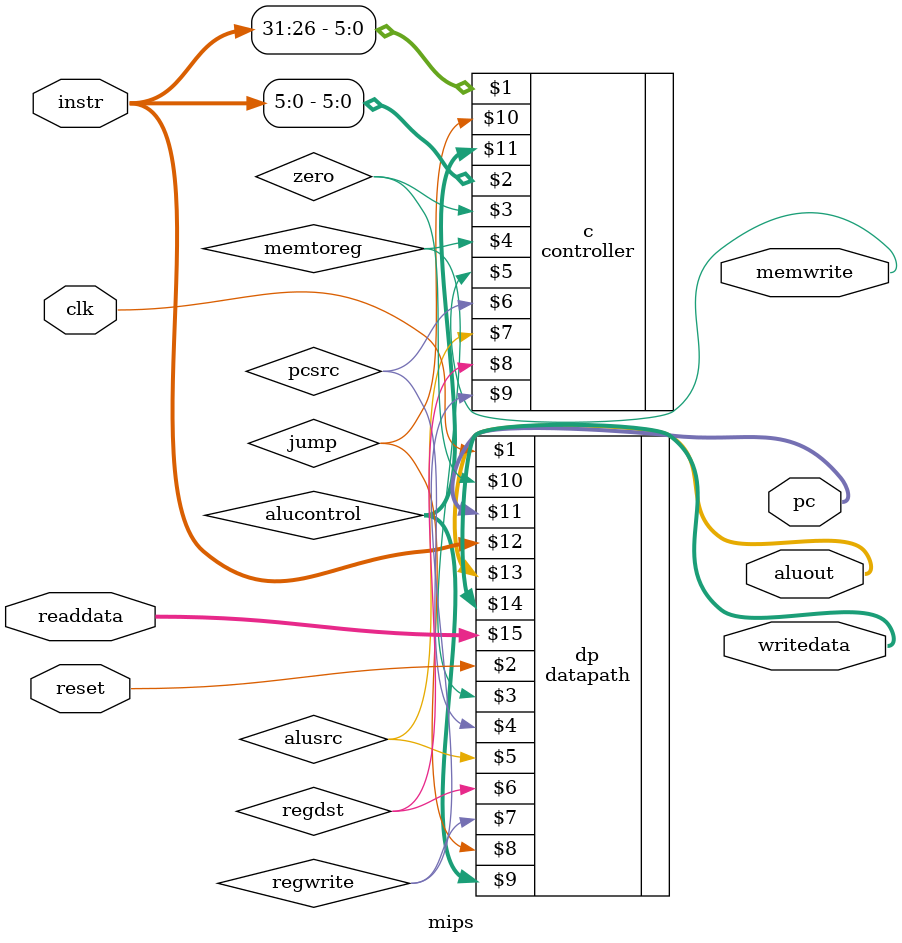
<source format=v>
module mips (input clk, reset,
output [31:0] pc,
input [31:0] instr,
output memwrite,
output [31:0] aluout, writedata,
input [31:0] readdata);
wire memtoreg, branch, alusrc, regdst, regwrite, jump;
wire [2:0] alucontrol;
controller c(instr[31:26], instr[5:0], zero,memtoreg, memwrite, pcsrc,
alusrc, regdst, regwrite, jump, alucontrol);
datapath dp(clk, reset, memtoreg, pcsrc,
alusrc, regdst, regwrite, jump,
alucontrol,
zero, pc, instr,
aluout, writedata, readdata);
endmodule
</source>
